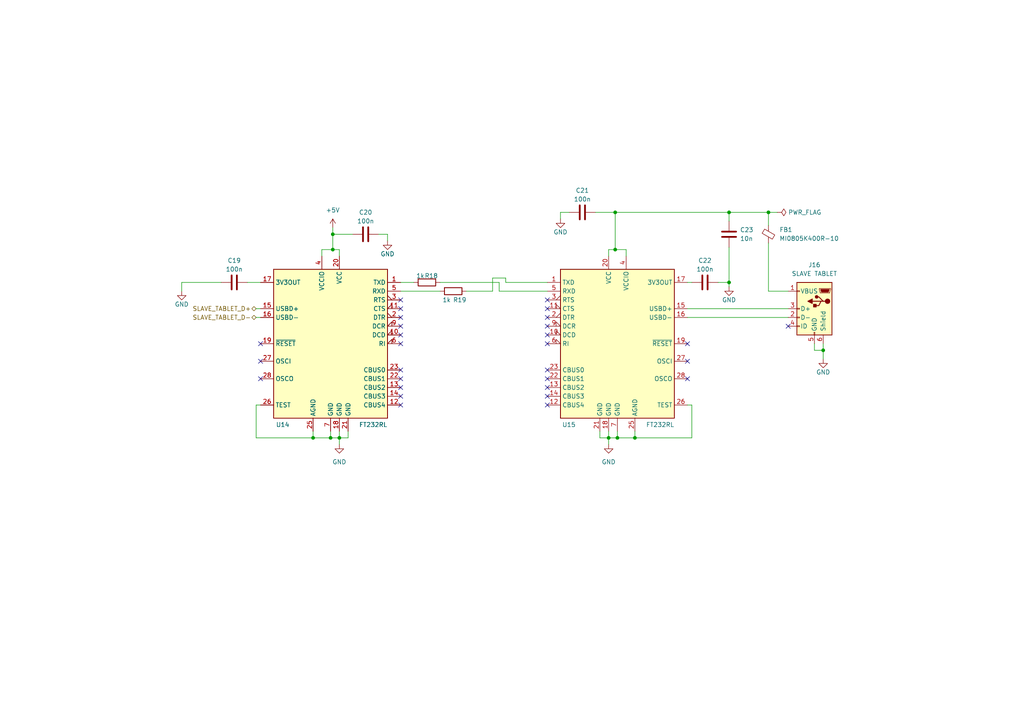
<source format=kicad_sch>
(kicad_sch (version 20230121) (generator eeschema)
  (paper "A4")
  (title_block (title "Tandem Leveller Controller") (date "2025-02-22") (rev "V1.0") (company "(C) andy@britishideas.com 2025") (comment 1 "For personal use only, no commercial use") (comment 2 "Provided as-is, no warranty express or implied. Use at your own risk"))
  (lib_symbols
    (symbol "Connector:USB_B_Mini" (pin_names (offset 1.016))
      (property "Reference" "J" (at -5.08 11.43 0))
      (property "Value" "USB_B_Mini" (at -5.08 8.89 0))
      (symbol "USB_B_Mini_0_1"
        (rectangle (start -5.08 -7.62) (end 5.08 7.62) (stroke (width 0.254)) (fill (type background)))
        (circle (center -3.81 2.159) (radius 0.635) (stroke (width 0.254)) (fill (type outline)))
        (circle (center -0.635 3.429) (radius 0.381) (stroke (width 0.254)) (fill (type outline)))
        (rectangle (start -0.127 -7.62) (end 0.127 -6.858))
        (polyline (pts (xy -1.905 2.159) (xy 0.635 2.159)) (stroke (width 0.254)))
        (polyline (pts (xy -3.175 2.159) (xy -2.54 2.159) (xy -1.27 3.429) (xy -0.635 3.429)) (stroke (width 0.254)))
        (polyline (pts (xy -2.54 2.159) (xy -1.905 2.159) (xy -1.27 0.889) (xy 0 0.889)) (stroke (width 0.254)))
        (polyline (pts (xy 0.635 2.794) (xy 0.635 1.524) (xy 1.905 2.159) (xy 0.635 2.794)) (stroke (width 0.254)) (fill (type outline)))
        (polyline (pts (xy -4.318 5.588) (xy -1.778 5.588) (xy -2.032 4.826) (xy -4.064 4.826) (xy -4.318 5.588)) (fill (type outline)))
        (polyline (pts (xy -4.699 5.842) (xy -4.699 5.588) (xy -4.445 4.826) (xy -4.445 4.572) (xy -1.651 4.572) (xy -1.651 4.826) (xy -1.397 5.588) (xy -1.397 5.842) (xy -4.699 5.842)))
        (rectangle (start 0.254 1.27) (end -0.508 0.508) (stroke (width 0.254)) (fill (type outline)))
        (rectangle (start 5.08 -5.207) (end 4.318 -4.953))
        (rectangle (start 5.08 -2.667) (end 4.318 -2.413))
        (rectangle (start 5.08 -0.127) (end 4.318 0.127))
        (rectangle (start 5.08 4.953) (end 4.318 5.207))
      )
      (symbol "USB_B_Mini_1_1"
        (pin power_out line (at 7.62 5.08 180) (length 2.54) (name "VBUS") (number "1"))
        (pin bidirectional line (at 7.62 -2.54 180) (length 2.54) (name "D-") (number "2"))
        (pin bidirectional line (at 7.62 0 180) (length 2.54) (name "D+") (number "3"))
        (pin passive line (at 7.62 -5.08 180) (length 2.54) (name "ID") (number "4"))
        (pin power_out line (at 0 -10.16 90) (length 2.54) (name "GND") (number "5"))
        (pin passive line (at -2.54 -10.16 90) (length 2.54) (name "Shield") (number "6"))
      )
    )
    (symbol "Device:C" (pin_numbers hide) (pin_names (offset 0.254))
      (property "Reference" "C" (at 0.635 2.54 0))
      (property "Value" "C" (at 0.635 -2.54 0))
      (symbol "C_0_1"
        (polyline (pts (xy -2.032 -0.762) (xy 2.032 -0.762)) (stroke (width 0.508)))
        (polyline (pts (xy -2.032 0.762) (xy 2.032 0.762)) (stroke (width 0.508)))
      )
      (symbol "C_1_1"
        (pin passive line (at 0 3.81 270) (length 2.794) (name "~") (number "1"))
        (pin passive line (at 0 -3.81 90) (length 2.794) (name "~") (number "2"))
      )
    )
    (symbol "Device:FerriteBead_Small" (pin_numbers hide) (pin_names (offset 0))
      (property "Reference" "FB" (at 1.905 1.27 0))
      (property "Value" "FerriteBead_Small" (at 1.905 -1.27 0))
      (symbol "FerriteBead_Small_0_1"
        (polyline (pts (xy 0 -1.27) (xy 0 -0.7874)))
        (polyline (pts (xy 0 0.889) (xy 0 1.2954)))
        (polyline (pts (xy -1.8288 0.2794) (xy -1.1176 1.4986) (xy 1.8288 -0.2032) (xy 1.1176 -1.4224) (xy -1.8288 0.2794)))
      )
      (symbol "FerriteBead_Small_1_1"
        (pin passive line (at 0 2.54 270) (length 1.27) (name "~") (number "1"))
        (pin passive line (at 0 -2.54 90) (length 1.27) (name "~") (number "2"))
      )
    )
    (symbol "Device:R" (pin_numbers hide) (pin_names (offset 0))
      (property "Reference" "R" (at 2.032 0 90))
      (property "Value" "R" (at 0 0 90))
      (symbol "R_0_1"
        (rectangle (start -1.016 -2.54) (end 1.016 2.54) (stroke (width 0.254)))
      )
      (symbol "R_1_1"
        (pin passive line (at 0 3.81 270) (length 1.27) (name "~") (number "1"))
        (pin passive line (at 0 -3.81 90) (length 1.27) (name "~") (number "2"))
      )
    )
    (symbol "Interface_USB:FT232RL"
      (property "Reference" "U" (at -16.51 22.86 0))
      (property "Value" "FT232RL" (at 10.16 22.86 0))
      (symbol "FT232RL_0_1"
        (rectangle (start -16.51 21.59) (end 16.51 -21.59) (stroke (width 0.254)) (fill (type background)))
      )
      (symbol "FT232RL_1_1"
        (pin output line (at 20.32 17.78 180) (length 3.81) (name "TXD") (number "1"))
        (pin input input_low (at 20.32 2.54 180) (length 3.81) (name "DCD") (number "10"))
        (pin input input_low (at 20.32 10.16 180) (length 3.81) (name "CTS") (number "11"))
        (pin bidirectional line (at 20.32 -17.78 180) (length 3.81) (name "CBUS4") (number "12"))
        (pin bidirectional line (at 20.32 -12.7 180) (length 3.81) (name "CBUS2") (number "13"))
        (pin bidirectional line (at 20.32 -15.24 180) (length 3.81) (name "CBUS3") (number "14"))
        (pin bidirectional line (at -20.32 10.16 0) (length 3.81) (name "USBD+") (number "15"))
        (pin bidirectional line (at -20.32 7.62 0) (length 3.81) (name "USBD-") (number "16"))
        (pin power_out line (at -20.32 17.78 0) (length 3.81) (name "3V3OUT") (number "17"))
        (pin power_in line (at 2.54 -25.4 90) (length 3.81) (name "GND") (number "18"))
        (pin input line (at -20.32 0 0) (length 3.81) (name "~{RESET}") (number "19"))
        (pin output output_low (at 20.32 7.62 180) (length 3.81) (name "DTR") (number "2"))
        (pin power_in line (at 2.54 25.4 270) (length 3.81) (name "VCC") (number "20"))
        (pin power_in line (at 5.08 -25.4 90) (length 3.81) (name "GND") (number "21"))
        (pin bidirectional line (at 20.32 -10.16 180) (length 3.81) (name "CBUS1") (number "22"))
        (pin bidirectional line (at 20.32 -7.62 180) (length 3.81) (name "CBUS0") (number "23"))
        (pin power_in line (at -5.08 -25.4 90) (length 3.81) (name "AGND") (number "25"))
        (pin input line (at -20.32 -17.78 0) (length 3.81) (name "TEST") (number "26"))
        (pin input line (at -20.32 -5.08 0) (length 3.81) (name "OSCI") (number "27"))
        (pin output line (at -20.32 -10.16 0) (length 3.81) (name "OSCO") (number "28"))
        (pin output output_low (at 20.32 12.7 180) (length 3.81) (name "RTS") (number "3"))
        (pin power_in line (at -2.54 25.4 270) (length 3.81) (name "VCCIO") (number "4"))
        (pin input line (at 20.32 15.24 180) (length 3.81) (name "RXD") (number "5"))
        (pin input input_low (at 20.32 0 180) (length 3.81) (name "RI") (number "6"))
        (pin power_in line (at 0 -25.4 90) (length 3.81) (name "GND") (number "7"))
        (pin input input_low (at 20.32 5.08 180) (length 3.81) (name "DCR") (number "9"))
      )
    )
    (symbol "power:+5V" (power) (pin_names (offset 0))
      (property "Value" "+5V" (at 0 3.556 0))
      (symbol "+5V_0_1"
        (polyline (pts (xy -0.762 1.27) (xy 0 2.54)))
        (polyline (pts (xy 0 0) (xy 0 2.54)))
        (polyline (pts (xy 0 2.54) (xy 0.762 1.27)))
      )
      (symbol "+5V_1_1"
        (pin power_in line (at 0 0 90) (length 0) hide (name "+5V") (number "1"))
      )
    )
    (symbol "power:GND" (power) (pin_names (offset 0))
      (property "Value" "GND" (at 0 -3.81 0))
      (symbol "GND_0_1"
        (polyline (pts (xy 0 0) (xy 0 -1.27) (xy 1.27 -1.27) (xy 0 -2.54) (xy -1.27 -1.27) (xy 0 -1.27)))
      )
      (symbol "GND_1_1"
        (pin power_in line (at 0 0 270) (length 0) hide (name "GND") (number "1"))
      )
    )
    (symbol "power:PWR_FLAG" (power) (pin_numbers hide) (pin_names (offset 0) hide)
      (property "Value" "PWR_FLAG" (at 0 3.81 0))
      (symbol "PWR_FLAG_0_0"
        (pin power_out line (at 0 0 90) (length 0) (name "pwr") (number "1"))
      )
      (symbol "PWR_FLAG_0_1"
        (polyline (pts (xy 0 0) (xy 0 1.27) (xy -1.016 1.905) (xy 0 2.54) (xy 1.016 1.905) (xy 0 1.27)))
      )
    )
  )
  (junction (at 211.455 81.915))
  (junction (at 178.435 61.595))
  (junction (at 176.53 127))
  (junction (at 184.15 127))
  (junction (at 96.52 72.39))
  (junction (at 98.425 127))
  (junction (at 178.435 72.39))
  (junction (at 95.885 127))
  (junction (at 179.07 127))
  (junction (at 211.455 61.595))
  (junction (at 90.805 127))
  (junction (at 222.885 61.595))
  (junction (at 96.52 67.945))
  (junction (at 238.76 101.6))
  (no_connect (at 158.75 112.395))
  (no_connect (at 199.39 104.775))
  (no_connect (at 199.39 109.855))
  (no_connect (at 158.75 109.855))
  (no_connect (at 158.75 94.615))
  (no_connect (at 116.205 99.695))
  (no_connect (at 158.75 97.155))
  (no_connect (at 75.565 109.855))
  (no_connect (at 116.205 89.535))
  (no_connect (at 75.565 99.695))
  (no_connect (at 116.205 114.935))
  (no_connect (at 158.75 114.935))
  (no_connect (at 116.205 109.855))
  (no_connect (at 116.205 107.315))
  (no_connect (at 116.205 112.395))
  (no_connect (at 116.205 117.475))
  (no_connect (at 158.75 99.695))
  (no_connect (at 199.39 99.695))
  (no_connect (at 75.565 104.775))
  (no_connect (at 116.205 97.155))
  (no_connect (at 158.75 86.995))
  (no_connect (at 158.75 117.475))
  (no_connect (at 116.205 94.615))
  (no_connect (at 116.205 86.995))
  (no_connect (at 158.75 89.535))
  (no_connect (at 158.75 92.075))
  (no_connect (at 158.75 107.315))
  (no_connect (at 228.6 94.615))
  (no_connect (at 116.205 92.075))
  (wire (pts (xy 95.885 127) (xy 98.425 127)))
  (wire (pts (xy 142.875 80.645) (xy 146.685 80.645)))
  (wire (pts (xy 222.885 61.595) (xy 225.425 61.595)))
  (wire (pts (xy 98.425 72.39) (xy 98.425 74.295)))
  (wire (pts (xy 90.805 125.095) (xy 90.805 127)))
  (wire (pts (xy 211.455 83.185) (xy 211.455 81.915)))
  (wire (pts (xy 93.345 74.295) (xy 93.345 72.39)))
  (wire (pts (xy 100.965 127) (xy 98.425 127)))
  (wire (pts (xy 211.455 71.755) (xy 211.455 81.915)))
  (wire (pts (xy 179.07 127) (xy 176.53 127)))
  (wire (pts (xy 173.99 125.095) (xy 173.99 127)))
  (wire (pts (xy 135.255 84.455) (xy 142.875 84.455)))
  (wire (pts (xy 211.455 61.595) (xy 222.885 61.595)))
  (wire (pts (xy 176.53 72.39) (xy 176.53 74.295)))
  (wire (pts (xy 116.205 84.455) (xy 127.635 84.455)))
  (wire (pts (xy 109.855 67.945) (xy 112.395 67.945)))
  (wire (pts (xy 96.52 67.945) (xy 102.235 67.945)))
  (wire (pts (xy 71.755 81.915) (xy 75.565 81.915)))
  (wire (pts (xy 74.295 89.535) (xy 75.565 89.535)))
  (wire (pts (xy 200.66 81.915) (xy 199.39 81.915)))
  (wire (pts (xy 142.875 84.455) (xy 142.875 80.645)))
  (wire (pts (xy 146.685 80.645) (xy 146.685 81.915)))
  (wire (pts (xy 144.78 84.455) (xy 158.75 84.455)))
  (wire (pts (xy 144.78 81.915) (xy 144.78 84.455)))
  (wire (pts (xy 96.52 72.39) (xy 98.425 72.39)))
  (wire (pts (xy 222.885 84.455) (xy 228.6 84.455)))
  (wire (pts (xy 179.07 125.095) (xy 179.07 127)))
  (wire (pts (xy 162.56 63.5) (xy 162.56 61.595)))
  (wire (pts (xy 211.455 81.915) (xy 208.28 81.915)))
  (wire (pts (xy 95.885 125.095) (xy 95.885 127)))
  (wire (pts (xy 74.295 117.475) (xy 74.295 127)))
  (wire (pts (xy 112.395 69.85) (xy 112.395 67.945)))
  (wire (pts (xy 93.345 72.39) (xy 96.52 72.39)))
  (wire (pts (xy 96.52 66.04) (xy 96.52 67.945)))
  (wire (pts (xy 173.99 127) (xy 176.53 127)))
  (wire (pts (xy 96.52 67.945) (xy 96.52 72.39)))
  (wire (pts (xy 184.15 125.095) (xy 184.15 127)))
  (wire (pts (xy 74.295 92.075) (xy 75.565 92.075)))
  (wire (pts (xy 178.435 61.595) (xy 178.435 72.39)))
  (wire (pts (xy 236.22 99.695) (xy 236.22 101.6)))
  (wire (pts (xy 75.565 117.475) (xy 74.295 117.475)))
  (wire (pts (xy 100.965 125.095) (xy 100.965 127)))
  (wire (pts (xy 178.435 61.595) (xy 172.72 61.595)))
  (wire (pts (xy 236.22 101.6) (xy 238.76 101.6)))
  (wire (pts (xy 181.61 72.39) (xy 178.435 72.39)))
  (wire (pts (xy 127.635 81.915) (xy 144.78 81.915)))
  (wire (pts (xy 165.1 61.595) (xy 162.56 61.595)))
  (wire (pts (xy 52.705 84.455) (xy 52.705 81.915)))
  (wire (pts (xy 178.435 61.595) (xy 211.455 61.595)))
  (wire (pts (xy 200.66 127) (xy 184.15 127)))
  (wire (pts (xy 211.455 64.135) (xy 211.455 61.595)))
  (wire (pts (xy 176.53 127) (xy 176.53 128.905)))
  (wire (pts (xy 74.295 127) (xy 90.805 127)))
  (wire (pts (xy 178.435 72.39) (xy 176.53 72.39)))
  (wire (pts (xy 176.53 125.095) (xy 176.53 127)))
  (wire (pts (xy 98.425 127) (xy 98.425 128.905)))
  (wire (pts (xy 222.885 61.595) (xy 222.885 65.405)))
  (wire (pts (xy 184.15 127) (xy 179.07 127)))
  (wire (pts (xy 146.685 81.915) (xy 158.75 81.915)))
  (wire (pts (xy 199.39 89.535) (xy 228.6 89.535)))
  (wire (pts (xy 181.61 74.295) (xy 181.61 72.39)))
  (wire (pts (xy 98.425 125.095) (xy 98.425 127)))
  (wire (pts (xy 222.885 70.485) (xy 222.885 84.455)))
  (wire (pts (xy 199.39 92.075) (xy 228.6 92.075)))
  (wire (pts (xy 238.76 101.6) (xy 238.76 104.14)))
  (wire (pts (xy 90.805 127) (xy 95.885 127)))
  (wire (pts (xy 52.705 81.915) (xy 64.135 81.915)))
  (wire (pts (xy 238.76 99.695) (xy 238.76 101.6)))
  (wire (pts (xy 116.205 81.915) (xy 120.015 81.915)))
  (wire (pts (xy 199.39 117.475) (xy 200.66 117.475)))
  (wire (pts (xy 200.66 117.475) (xy 200.66 127)))
  (hierarchical_label "SLAVE_TABLET_D+" (shape bidirectional) (at 74.295 89.535 180))
  (hierarchical_label "SLAVE_TABLET_D-" (shape bidirectional) (at 74.295 92.075 180))
  (symbol (lib_id "power:+5V") (at 96.52 66.04 0) (unit 1)
    (property "Reference" "#PWR050" (effects hide))
    (property "Value" "+5V" (at 96.52 60.96 0))
  )
  (symbol (lib_id "power:GND") (at 98.425 128.905 0) (unit 1)
    (property "Reference" "#PWR051" (effects hide))
    (property "Value" "GND" (at 98.425 133.985 0))
  )
  (symbol (lib_id "Device:C") (at 211.455 67.945 0) (unit 1)
    (property "Reference" "C23" (at 214.63 66.6749 0) (effects (justify left)))
    (property "Value" "10n" (at 214.63 69.2149 0) (effects (justify left)))
    (property "Footprint" "Capacitor_SMD:C_0805_2012Metric" (effects hide))
  )
  (symbol (lib_id "power:GND") (at 238.76 104.14 0) (mirror y) (unit 1)
    (property "Reference" "#PWR056" (effects hide))
    (property "Value" "GND" (at 238.76 107.95 0))
  )
  (symbol (lib_id "power:PWR_FLAG") (at 225.425 61.595 270) (unit 1)
    (property "Reference" "#FLG06" (effects hide))
    (property "Value" "PWR_FLAG" (at 228.6 61.595 90) (effects (justify left)))
  )
  (symbol (lib_id "power:GND") (at 176.53 128.905 0) (mirror y) (unit 1)
    (property "Reference" "#PWR054" (effects hide))
    (property "Value" "GND" (at 176.53 133.985 0))
  )
  (symbol (lib_id "Device:C") (at 67.945 81.915 90) (unit 1)
    (property "Reference" "C19" (at 67.945 75.565 90))
    (property "Value" "100n" (at 67.945 78.105 90))
    (property "Footprint" "Capacitor_SMD:C_0805_2012Metric" (effects hide))
  )
  (symbol (lib_id "Interface_USB:FT232RL") (at 179.07 99.695 0) (mirror y) (unit 1)
    (property "Reference" "U15" (at 167.005 123.19 0) (effects (justify left)))
    (property "Value" "FT232RL" (at 195.58 123.19 0) (effects (justify left)))
    (property "Footprint" "Package_SO:SSOP-28_5.3x10.2mm_P0.65mm" (effects hide))
    (property "Datasheet" "https://www.ftdichip.com/Support/Documents/DataSheets/ICs/DS_FT232R.pdf" (effects hide))
  )
  (symbol (lib_id "power:GND") (at 52.705 84.455 0) (unit 1)
    (property "Reference" "#PWR049" (effects hide))
    (property "Value" "GND" (at 52.705 88.265 0))
  )
  (symbol (lib_id "Device:C") (at 204.47 81.915 270) (mirror x) (unit 1)
    (property "Reference" "C22" (at 204.47 75.565 90))
    (property "Value" "100n" (at 204.47 78.105 90))
    (property "Footprint" "Capacitor_SMD:C_0805_2012Metric" (effects hide))
  )
  (symbol (lib_id "Device:FerriteBead_Small") (at 222.885 67.945 0) (unit 1)
    (property "Reference" "FB1" (at 226.06 66.6369 0) (effects (justify left)))
    (property "Value" "MI0805K400R-10" (at 226.06 69.1769 0) (effects (justify left)))
    (property "Footprint" "Resistor_SMD:R_0805_2012Metric" (effects hide))
    (property "manf#" "MI0805K400R-10" (effects hide))
  )
  (symbol (lib_id "Device:R") (at 123.825 81.915 90) (unit 1)
    (property "Reference" "R18" (at 125.095 80.01 90))
    (property "Value" "1k" (at 121.92 80.01 90))
    (property "Footprint" "Resistor_SMD:R_0805_2012Metric" (effects hide))
  )
  (symbol (lib_id "Device:C") (at 168.91 61.595 270) (mirror x) (unit 1)
    (property "Reference" "C21" (at 168.91 55.245 90))
    (property "Value" "100n" (at 168.91 57.785 90))
    (property "Footprint" "Capacitor_SMD:C_0805_2012Metric" (effects hide))
  )
  (symbol (lib_id "Connector:USB_B_Mini") (at 236.22 89.535 0) (mirror y) (unit 1)
    (property "Reference" "J16" (at 236.22 76.835 0))
    (property "Value" "SLAVE TABLET" (at 236.22 79.375 0))
    (property "Footprint" "Connector_USB:USB_Micro-B_Amphenol_10103594-0001LF_Horizontal" (effects hide))
    (property "manf#" "10103594-0001LF" (effects hide))
  )
  (symbol (lib_id "Interface_USB:FT232RL") (at 95.885 99.695 0) (unit 1)
    (property "Reference" "U14" (at 80.01 123.19 0) (effects (justify left)))
    (property "Value" "FT232RL" (at 104.14 123.19 0) (effects (justify left)))
    (property "Footprint" "Package_SO:SSOP-28_5.3x10.2mm_P0.65mm" (effects hide))
    (property "Datasheet" "https://www.ftdichip.com/Support/Documents/DataSheets/ICs/DS_FT232R.pdf" (effects hide))
  )
  (symbol (lib_id "Device:R") (at 131.445 84.455 90) (unit 1)
    (property "Reference" "R19" (at 133.35 86.995 90))
    (property "Value" "1k" (at 129.54 86.995 90))
    (property "Footprint" "Resistor_SMD:R_0805_2012Metric" (effects hide))
  )
  (symbol (lib_id "power:GND") (at 211.455 83.185 0) (mirror y) (unit 1)
    (property "Reference" "#PWR055" (effects hide))
    (property "Value" "GND" (at 211.455 86.995 0))
  )
  (symbol (lib_id "power:GND") (at 112.395 69.85 0) (unit 1)
    (property "Reference" "#PWR052" (effects hide))
    (property "Value" "GND" (at 112.395 73.66 0))
  )
  (symbol (lib_id "power:GND") (at 162.56 63.5 0) (mirror y) (unit 1)
    (property "Reference" "#PWR053" (effects hide))
    (property "Value" "GND" (at 162.56 67.31 0))
  )
  (symbol (lib_id "Device:C") (at 106.045 67.945 90) (unit 1)
    (property "Reference" "C20" (at 106.045 61.595 90))
    (property "Value" "100n" (at 106.045 64.135 90))
    (property "Footprint" "Capacitor_SMD:C_0805_2012Metric" (effects hide))
  )
)
</source>
